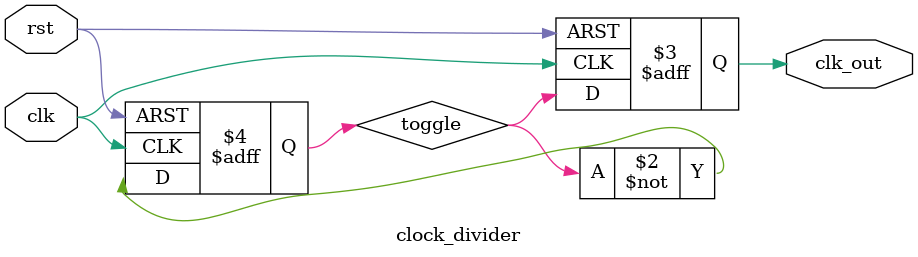
<source format=sv>
module clock_divider(
    input logic clk,    // Clock de entrada de 27 MHz
    input logic rst,
    output logic clk_out   // Clock de salida de 13.5 MHz
);

logic toggle;

always_ff @(posedge clk or posedge rst) begin
    if (rst) begin
        clk_out <= 0;
        toggle  <= 0;
    end else begin
        toggle  <= ~toggle;
        clk_out <= toggle;
    end
end

endmodule

</source>
